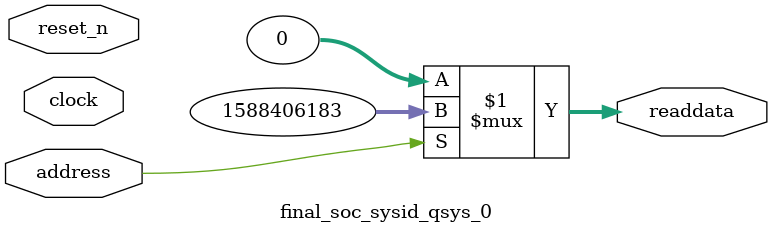
<source format=v>



// synthesis translate_off
`timescale 1ns / 1ps
// synthesis translate_on

// turn off superfluous verilog processor warnings 
// altera message_level Level1 
// altera message_off 10034 10035 10036 10037 10230 10240 10030 

module final_soc_sysid_qsys_0 (
               // inputs:
                address,
                clock,
                reset_n,

               // outputs:
                readdata
             )
;

  output  [ 31: 0] readdata;
  input            address;
  input            clock;
  input            reset_n;

  wire    [ 31: 0] readdata;
  //control_slave, which is an e_avalon_slave
  assign readdata = address ? 1588406183 : 0;

endmodule



</source>
